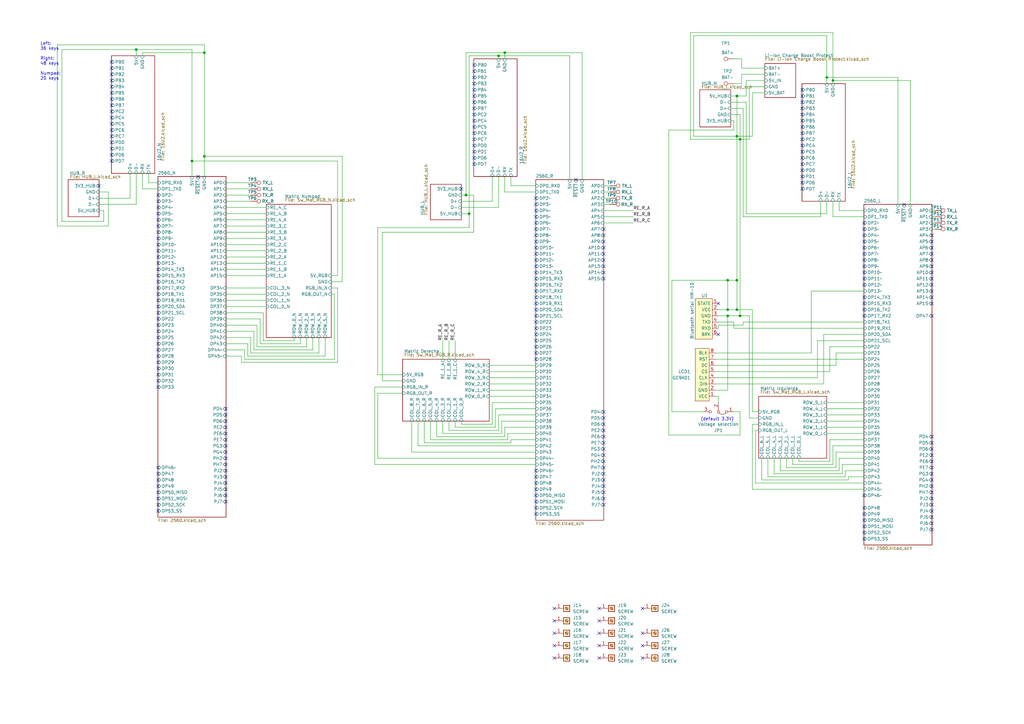
<source format=kicad_sch>
(kicad_sch (version 20211123) (generator eeschema)
  (paper "A3")
  (junction (at 78.74 66.04))
  (junction (at 298.45 129.54))
  (junction (at 341.63 33.02))
  (junction (at 303.53 129.54))
  (junction (at 191.135 80.01))
  (junction (at 55.88 20.32))
  (junction (at 302.26 55.88))
  (junction (at 298.45 127))
  (junction (at 302.26 114.935))
  (junction (at 339.09 31.75))
  (junction (at 204.47 22.86))
  (junction (at 207.01 21.59))
  (junction (at 298.45 114.935))
  (junction (at 83.82 64.135))
  (junction (at 303.53 57.15))
  (junction (at 302.26 39.37))
  (junction (at 192.405 87.63))
  (junction (at 83.82 21.59))
  (junction (at 302.26 127))
  (no_connect (at 382.27 196.85))
  (no_connect (at 247.65 207.01))
  (no_connect (at 92.71 193.04))
  (no_connect (at 64.77 151.13))
  (no_connect (at 328.93 36.83))
  (no_connect (at 328.93 46.99))
  (no_connect (at 328.93 39.37))
  (no_connect (at 328.93 41.91))
  (no_connect (at 328.93 44.45))
  (no_connect (at 328.93 49.53))
  (no_connect (at 328.93 59.69))
  (no_connect (at 328.93 62.23))
  (no_connect (at 328.93 54.61))
  (no_connect (at 328.93 57.15))
  (no_connect (at 328.93 52.07))
  (no_connect (at 328.93 67.31))
  (no_connect (at 328.93 64.77))
  (no_connect (at 328.93 69.85))
  (no_connect (at 328.93 72.39))
  (no_connect (at 328.93 77.47))
  (no_connect (at 328.93 74.93))
  (no_connect (at 354.33 111.76))
  (no_connect (at 64.77 199.39))
  (no_connect (at 64.77 146.05))
  (no_connect (at 219.71 198.12))
  (no_connect (at 382.27 104.14))
  (no_connect (at 247.65 168.91))
  (no_connect (at 247.65 191.77))
  (no_connect (at 194.31 49.53))
  (no_connect (at 354.33 213.36))
  (no_connect (at 247.65 111.76))
  (no_connect (at 64.77 201.93))
  (no_connect (at 64.77 130.81))
  (no_connect (at 382.27 129.54))
  (no_connect (at 247.65 189.23))
  (no_connect (at 45.72 30.48))
  (no_connect (at 382.27 101.6))
  (no_connect (at 382.27 209.55))
  (no_connect (at 64.77 105.41))
  (no_connect (at 219.71 147.32))
  (no_connect (at 354.33 215.9))
  (no_connect (at 294.64 124.46))
  (no_connect (at 294.64 137.16))
  (no_connect (at 247.65 186.69))
  (no_connect (at 189.23 77.47))
  (no_connect (at 64.77 118.11))
  (no_connect (at 194.31 29.21))
  (no_connect (at 247.65 194.31))
  (no_connect (at 219.71 91.44))
  (no_connect (at 382.27 207.01))
  (no_connect (at 219.71 121.92))
  (no_connect (at 382.27 119.38))
  (no_connect (at 219.71 104.14))
  (no_connect (at 194.31 34.29))
  (no_connect (at 219.71 132.08))
  (no_connect (at 382.27 186.69))
  (no_connect (at 92.71 190.5))
  (no_connect (at 45.72 45.72))
  (no_connect (at 64.77 100.33))
  (no_connect (at 382.27 121.92))
  (no_connect (at 64.77 207.01))
  (no_connect (at 45.72 25.4))
  (no_connect (at 382.27 99.06))
  (no_connect (at 382.27 191.77))
  (no_connect (at 219.71 142.24))
  (no_connect (at 92.71 167.64))
  (no_connect (at 354.33 106.68))
  (no_connect (at 247.65 171.45))
  (no_connect (at 64.77 143.51))
  (no_connect (at 92.71 187.96))
  (no_connect (at 64.77 85.09))
  (no_connect (at 64.77 87.63))
  (no_connect (at 219.71 101.6))
  (no_connect (at 194.31 41.91))
  (no_connect (at 64.77 123.19))
  (no_connect (at 64.77 80.01))
  (no_connect (at 45.72 50.8))
  (no_connect (at 354.33 203.2))
  (no_connect (at 45.72 60.96))
  (no_connect (at 64.77 194.31))
  (no_connect (at 354.33 121.92))
  (no_connect (at 354.33 101.6))
  (no_connect (at 247.65 104.14))
  (no_connect (at 382.27 111.76))
  (no_connect (at 247.65 99.06))
  (no_connect (at 64.77 102.87))
  (no_connect (at 45.72 35.56))
  (no_connect (at 45.72 58.42))
  (no_connect (at 194.31 39.37))
  (no_connect (at 354.33 96.52))
  (no_connect (at 382.27 124.46))
  (no_connect (at 64.77 158.75))
  (no_connect (at 245.745 259.715))
  (no_connect (at 245.745 264.795))
  (no_connect (at 245.745 269.875))
  (no_connect (at 227.33 259.715))
  (no_connect (at 227.33 264.795))
  (no_connect (at 227.33 269.875))
  (no_connect (at 263.525 269.875))
  (no_connect (at 263.525 264.795))
  (no_connect (at 263.525 259.715))
  (no_connect (at 263.525 249.555))
  (no_connect (at 227.33 249.555))
  (no_connect (at 227.33 254.635))
  (no_connect (at 245.745 249.555))
  (no_connect (at 245.745 254.635))
  (no_connect (at 64.77 204.47))
  (no_connect (at 219.71 109.22))
  (no_connect (at 219.71 114.3))
  (no_connect (at 219.71 137.16))
  (no_connect (at 382.27 212.09))
  (no_connect (at 354.33 218.44))
  (no_connect (at 92.71 172.72))
  (no_connect (at 247.65 179.07))
  (no_connect (at 382.27 194.31))
  (no_connect (at 219.71 208.28))
  (no_connect (at 219.71 116.84))
  (no_connect (at 45.72 53.34))
  (no_connect (at 64.77 125.73))
  (no_connect (at 45.72 27.94))
  (no_connect (at 354.33 104.14))
  (no_connect (at 247.65 106.68))
  (no_connect (at 354.33 91.44))
  (no_connect (at 92.71 205.74))
  (no_connect (at 219.71 86.36))
  (no_connect (at 219.71 83.82))
  (no_connect (at 219.71 81.28))
  (no_connect (at 219.71 88.9))
  (no_connect (at 64.77 138.43))
  (no_connect (at 219.71 106.68))
  (no_connect (at 354.33 99.06))
  (no_connect (at 354.33 129.54))
  (no_connect (at 382.27 189.23))
  (no_connect (at 354.33 124.46))
  (no_connect (at 64.77 153.67))
  (no_connect (at 219.71 203.2))
  (no_connect (at 64.77 95.25))
  (no_connect (at 354.33 210.82))
  (no_connect (at 194.31 59.69))
  (no_connect (at 64.77 82.55))
  (no_connect (at 92.71 195.58))
  (no_connect (at 194.31 26.67))
  (no_connect (at 247.65 201.93))
  (no_connect (at 354.33 220.98))
  (no_connect (at 64.77 92.71))
  (no_connect (at 219.71 134.62))
  (no_connect (at 382.27 96.52))
  (no_connect (at 247.65 93.98))
  (no_connect (at 64.77 140.97))
  (no_connect (at 64.77 156.21))
  (no_connect (at 236.22 73.66))
  (no_connect (at 247.65 204.47))
  (no_connect (at 92.71 185.42))
  (no_connect (at 64.77 135.89))
  (no_connect (at 45.72 66.04))
  (no_connect (at 382.27 114.3))
  (no_connect (at 45.72 38.1))
  (no_connect (at 382.27 116.84))
  (no_connect (at 247.65 109.22))
  (no_connect (at 247.65 101.6))
  (no_connect (at 382.27 214.63))
  (no_connect (at 64.77 148.59))
  (no_connect (at 64.77 209.55))
  (no_connect (at 382.27 184.15))
  (no_connect (at 247.65 181.61))
  (no_connect (at 45.72 63.5))
  (no_connect (at 382.27 204.47))
  (no_connect (at 64.77 133.35))
  (no_connect (at 247.65 176.53))
  (no_connect (at 219.71 127))
  (no_connect (at 219.71 96.52))
  (no_connect (at 64.77 120.65))
  (no_connect (at 219.71 193.04))
  (no_connect (at 45.72 43.18))
  (no_connect (at 219.71 139.7))
  (no_connect (at 45.72 40.64))
  (no_connect (at 64.77 110.49))
  (no_connect (at 219.71 210.82))
  (no_connect (at 194.31 31.75))
  (no_connect (at 247.65 196.85))
  (no_connect (at 45.72 33.02))
  (no_connect (at 219.71 144.78))
  (no_connect (at 92.71 203.2))
  (no_connect (at 354.33 208.28))
  (no_connect (at 382.27 217.17))
  (no_connect (at 219.71 200.66))
  (no_connect (at 370.84 83.82))
  (no_connect (at 81.28 72.39))
  (no_connect (at 194.31 36.83))
  (no_connect (at 64.77 128.27))
  (no_connect (at 219.71 205.74))
  (no_connect (at 219.71 99.06))
  (no_connect (at 92.71 170.18))
  (no_connect (at 219.71 119.38))
  (no_connect (at 45.72 55.88))
  (no_connect (at 219.71 111.76))
  (no_connect (at 247.65 114.3))
  (no_connect (at 92.71 182.88))
  (no_connect (at 382.27 181.61))
  (no_connect (at 92.71 200.66))
  (no_connect (at 219.71 129.54))
  (no_connect (at 194.31 64.77))
  (no_connect (at 92.71 177.8))
  (no_connect (at 194.31 52.07))
  (no_connect (at 92.71 180.34))
  (no_connect (at 219.71 93.98))
  (no_connect (at 64.77 191.77))
  (no_connect (at 45.72 48.26))
  (no_connect (at 92.71 198.12))
  (no_connect (at 194.31 46.99))
  (no_connect (at 354.33 114.3))
  (no_connect (at 64.77 113.03))
  (no_connect (at 40.64 76.2))
  (no_connect (at 194.31 44.45))
  (no_connect (at 92.71 175.26))
  (no_connect (at 194.31 54.61))
  (no_connect (at 382.27 106.68))
  (no_connect (at 354.33 109.22))
  (no_connect (at 247.65 96.52))
  (no_connect (at 247.65 184.15))
  (no_connect (at 354.33 116.84))
  (no_connect (at 64.77 115.57))
  (no_connect (at 247.65 199.39))
  (no_connect (at 354.33 93.98))
  (no_connect (at 382.27 201.93))
  (no_connect (at 194.31 67.31))
  (no_connect (at 382.27 109.22))
  (no_connect (at 64.77 90.17))
  (no_connect (at 64.77 97.79))
  (no_connect (at 219.71 124.46))
  (no_connect (at 194.31 57.15))
  (no_connect (at 354.33 127))
  (no_connect (at 64.77 107.95))
  (no_connect (at 64.77 196.85))
  (no_connect (at 247.65 173.99))
  (no_connect (at 219.71 195.58))
  (no_connect (at 194.31 62.23))
  (no_connect (at 382.27 199.39))
  (no_connect (at 382.27 179.07))
  (wire (pts (xy 44.45 78.74) (xy 40.64 78.74)))
  (wire (pts (xy 303.53 178.435) (xy 274.32 178.435)))
  (wire (pts (xy 311.15 168.91) (xy 308.61 168.91)))
  (wire (pts (xy 189.23 82.55) (xy 201.93 82.55)))
  (wire (pts (xy 189.23 85.09) (xy 204.47 85.09)))
  (wire (pts (xy 320.04 193.04) (xy 344.17 193.04)))
  (wire (pts (xy 307.34 171.45) (xy 307.34 129.54)))
  (wire (pts (xy 209.55 72.39) (xy 209.55 76.2)))
  (wire (pts (xy 55.88 83.82) (xy 55.88 71.12)))
  (wire (pts (xy 304.8 88.9) (xy 336.55 88.9)))
  (wire (pts (xy 123.19 138.43) (xy 123.19 140.97)))
  (wire (pts (xy 274.32 178.435) (xy 274.32 53.34)))
  (wire (pts (xy 275.59 114.935) (xy 298.45 114.935)))
  (wire (pts (xy 204.47 22.86) (xy 204.47 24.13)))
  (wire (pts (xy 171.45 172.72) (xy 171.45 182.88)))
  (wire (pts (xy 308.61 173.99) (xy 308.61 200.66)))
  (wire (pts (xy 165.1 161.29) (xy 154.94 161.29)))
  (wire (pts (xy 205.74 172.72) (xy 219.71 172.72)))
  (wire (pts (xy 92.71 87.63) (xy 109.22 87.63)))
  (wire (pts (xy 209.55 180.34) (xy 219.71 180.34)))
  (wire (pts (xy 156.845 156.21) (xy 156.845 95.25)))
  (wire (pts (xy 284.48 55.88) (xy 302.26 55.88)))
  (wire (pts (xy 302.26 127) (xy 302.26 114.935)))
  (wire (pts (xy 306.07 33.02) (xy 313.69 33.02)))
  (wire (pts (xy 341.63 33.02) (xy 341.63 13.335)))
  (wire (pts (xy 247.65 91.44) (xy 259.715 91.44)))
  (wire (pts (xy 105.41 133.35) (xy 92.71 133.35)))
  (wire (pts (xy 294.64 129.54) (xy 298.45 129.54)))
  (wire (pts (xy 107.95 128.27) (xy 92.71 128.27)))
  (wire (pts (xy 299.72 49.53) (xy 300.99 49.53)))
  (wire (pts (xy 293.37 157.48) (xy 337.82 157.48)))
  (wire (pts (xy 308.61 55.88) (xy 308.61 38.1)))
  (wire (pts (xy 341.63 88.9) (xy 354.33 88.9)))
  (wire (pts (xy 382.27 93.98) (xy 383.54 93.98)))
  (wire (pts (xy 317.5 187.96) (xy 317.5 194.31)))
  (wire (pts (xy 92.71 92.71) (xy 109.22 92.71)))
  (wire (pts (xy 308.61 168.91) (xy 308.61 127)))
  (wire (pts (xy 304.165 27.94) (xy 313.69 27.94)))
  (wire (pts (xy 307.34 57.15) (xy 303.53 57.15)))
  (wire (pts (xy 294.64 162.56) (xy 293.37 162.56)))
  (wire (pts (xy 207.01 78.74) (xy 219.71 78.74)))
  (wire (pts (xy 294.64 134.62) (xy 294.64 133.35)))
  (wire (pts (xy 201.93 165.1) (xy 219.71 165.1)))
  (wire (pts (xy 153.67 190.5) (xy 219.71 190.5)))
  (wire (pts (xy 322.58 187.96) (xy 322.58 191.77)))
  (wire (pts (xy 42.545 90.805) (xy 25.4 90.805)))
  (wire (pts (xy 102.87 138.43) (xy 92.71 138.43)))
  (wire (pts (xy 60.96 74.93) (xy 64.77 74.93)))
  (wire (pts (xy 40.64 86.36) (xy 42.545 86.36)))
  (wire (pts (xy 340.36 152.4) (xy 340.36 142.24)))
  (wire (pts (xy 204.47 22.86) (xy 192.405 22.86)))
  (wire (pts (xy 307.34 35.56) (xy 307.34 57.15)))
  (wire (pts (xy 300.99 134.62) (xy 354.33 134.62)))
  (wire (pts (xy 83.82 21.59) (xy 83.82 64.135)))
  (wire (pts (xy 200.66 154.94) (xy 219.71 154.94)))
  (wire (pts (xy 342.9 191.77) (xy 342.9 185.42)))
  (wire (pts (xy 207.01 21.59) (xy 207.01 24.13)))
  (wire (pts (xy 92.71 90.17) (xy 109.22 90.17)))
  (wire (pts (xy 128.27 143.51) (xy 104.14 143.51)))
  (wire (pts (xy 194.31 95.25) (xy 194.31 80.01)))
  (wire (pts (xy 313.69 35.56) (xy 307.34 35.56)))
  (wire (pts (xy 304.8 44.45) (xy 304.8 88.9)))
  (wire (pts (xy 55.88 20.32) (xy 55.88 22.86)))
  (wire (pts (xy 133.35 138.43) (xy 133.35 146.05)))
  (wire (pts (xy 345.44 194.31) (xy 345.44 190.5)))
  (wire (pts (xy 137.16 120.65) (xy 137.16 147.32)))
  (wire (pts (xy 200.66 149.86) (xy 219.71 149.86)))
  (wire (pts (xy 300.99 168.91) (xy 303.53 168.91)))
  (wire (pts (xy 304.165 34.29) (xy 304.165 30.48)))
  (wire (pts (xy 123.19 140.97) (xy 106.68 140.97)))
  (wire (pts (xy 140.335 115.57) (xy 140.335 64.135)))
  (wire (pts (xy 335.28 139.7) (xy 354.33 139.7)))
  (wire (pts (xy 354.33 195.58) (xy 347.98 195.58)))
  (wire (pts (xy 339.09 14.605) (xy 284.48 14.605)))
  (wire (pts (xy 312.42 196.85) (xy 312.42 187.96)))
  (wire (pts (xy 306.07 41.91) (xy 306.07 87.63)))
  (wire (pts (xy 92.71 113.03) (xy 109.22 113.03)))
  (wire (pts (xy 181.61 139.7) (xy 181.61 147.32)))
  (wire (pts (xy 308.61 173.99) (xy 311.15 173.99)))
  (wire (pts (xy 293.37 149.86) (xy 342.9 149.86)))
  (wire (pts (xy 92.71 97.79) (xy 109.22 97.79)))
  (wire (pts (xy 317.5 194.31) (xy 345.44 194.31)))
  (wire (pts (xy 294.64 127) (xy 298.45 127)))
  (wire (pts (xy 284.48 14.605) (xy 284.48 55.88)))
  (wire (pts (xy 345.44 190.5) (xy 354.33 190.5)))
  (wire (pts (xy 58.42 77.47) (xy 64.77 77.47)))
  (wire (pts (xy 184.15 172.72) (xy 184.15 176.53)))
  (wire (pts (xy 293.37 154.94) (xy 335.28 154.94)))
  (wire (pts (xy 83.82 18.415) (xy 23.495 18.415)))
  (wire (pts (xy 191.135 80.01) (xy 191.135 21.59)))
  (wire (pts (xy 92.71 102.87) (xy 109.22 102.87)))
  (wire (pts (xy 154.94 153.67) (xy 154.94 93.345)))
  (wire (pts (xy 191.135 21.59) (xy 207.01 21.59)))
  (wire (pts (xy 339.09 31.75) (xy 339.09 14.605)))
  (wire (pts (xy 302.26 39.37) (xy 306.07 39.37)))
  (wire (pts (xy 135.89 115.57) (xy 140.335 115.57)))
  (wire (pts (xy 204.47 85.09) (xy 204.47 72.39)))
  (wire (pts (xy 304.165 27.94) (xy 304.165 24.13)))
  (wire (pts (xy 104.14 143.51) (xy 104.14 135.89)))
  (wire (pts (xy 92.71 77.47) (xy 102.87 77.47)))
  (wire (pts (xy 194.31 80.01) (xy 191.135 80.01)))
  (wire (pts (xy 339.09 165.1) (xy 354.33 165.1)))
  (wire (pts (xy 92.71 110.49) (xy 109.22 110.49)))
  (wire (pts (xy 120.65 138.43) (xy 120.65 139.7)))
  (wire (pts (xy 302.26 114.935) (xy 302.26 55.88)))
  (wire (pts (xy 189.23 80.01) (xy 191.135 80.01)))
  (wire (pts (xy 101.6 146.05) (xy 101.6 140.97)))
  (wire (pts (xy 92.71 105.41) (xy 109.22 105.41)))
  (wire (pts (xy 173.99 181.61) (xy 209.55 181.61)))
  (wire (pts (xy 42.545 86.36) (xy 42.545 90.805)))
  (wire (pts (xy 128.27 138.43) (xy 128.27 143.51)))
  (wire (pts (xy 92.71 82.55) (xy 102.87 82.55)))
  (wire (pts (xy 368.3 31.75) (xy 339.09 31.75)))
  (wire (pts (xy 275.59 168.91) (xy 275.59 114.935)))
  (wire (pts (xy 83.82 64.135) (xy 83.82 72.39)))
  (wire (pts (xy 192.405 93.345) (xy 192.405 87.63)))
  (wire (pts (xy 283.21 13.335) (xy 283.21 57.15)))
  (wire (pts (xy 337.82 157.48) (xy 337.82 137.16)))
  (wire (pts (xy 179.07 172.72) (xy 179.07 179.07)))
  (wire (pts (xy 247.65 81.28) (xy 250.19 81.28)))
  (wire (pts (xy 99.06 148.59) (xy 138.43 148.59)))
  (wire (pts (xy 344.17 193.04) (xy 344.17 187.96)))
  (wire (pts (xy 156.845 95.25) (xy 194.31 95.25)))
  (wire (pts (xy 125.73 138.43) (xy 125.73 142.24)))
  (wire (pts (xy 105.41 142.24) (xy 105.41 133.35)))
  (wire (pts (xy 207.01 175.26) (xy 219.71 175.26)))
  (wire (pts (xy 274.32 53.34) (xy 300.99 53.34)))
  (wire (pts (xy 293.37 147.32) (xy 354.33 147.32)))
  (wire (pts (xy 304.165 24.13) (xy 300.99 24.13)))
  (wire (pts (xy 204.47 170.18) (xy 219.71 170.18)))
  (wire (pts (xy 322.58 191.77) (xy 342.9 191.77)))
  (wire (pts (xy 320.04 187.96) (xy 320.04 193.04)))
  (wire (pts (xy 299.72 41.91) (xy 306.07 41.91)))
  (wire (pts (xy 201.93 82.55) (xy 201.93 72.39)))
  (wire (pts (xy 189.23 172.72) (xy 189.23 173.99)))
  (wire (pts (xy 344.17 86.36) (xy 354.33 86.36)))
  (wire (pts (xy 171.45 182.88) (xy 219.71 182.88)))
  (wire (pts (xy 23.495 18.415) (xy 23.495 92.71)))
  (wire (pts (xy 341.63 34.29) (xy 341.63 33.02)))
  (wire (pts (xy 40.64 81.28) (xy 53.34 81.28)))
  (wire (pts (xy 184.15 176.53) (xy 204.47 176.53)))
  (wire (pts (xy 306.07 87.63) (xy 339.09 87.63)))
  (wire (pts (xy 106.68 130.81) (xy 92.71 130.81)))
  (wire (pts (xy 173.99 172.72) (xy 173.99 181.61)))
  (wire (pts (xy 120.65 139.7) (xy 107.95 139.7)))
  (wire (pts (xy 104.14 135.89) (xy 92.71 135.89)))
  (wire (pts (xy 189.23 173.99) (xy 201.93 173.99)))
  (wire (pts (xy 186.69 139.7) (xy 186.69 147.32)))
  (wire (pts (xy 238.76 21.59) (xy 238.76 73.66)))
  (wire (pts (xy 339.09 167.64) (xy 354.33 167.64)))
  (wire (pts (xy 382.27 91.44) (xy 383.54 91.44)))
  (wire (pts (xy 344.17 82.55) (xy 344.17 86.36)))
  (wire (pts (xy 107.95 139.7) (xy 107.95 128.27)))
  (wire (pts (xy 203.2 167.64) (xy 219.71 167.64)))
  (wire (pts (xy 154.94 187.96) (xy 219.71 187.96)))
  (wire (pts (xy 373.38 33.02) (xy 373.38 83.82)))
  (wire (pts (xy 247.65 78.74) (xy 250.19 78.74)))
  (wire (pts (xy 294.64 132.08) (xy 300.99 132.08)))
  (wire (pts (xy 192.405 22.86) (xy 192.405 87.63)))
  (wire (pts (xy 186.69 172.72) (xy 186.69 175.26)))
  (wire (pts (xy 382.27 86.36) (xy 383.54 86.36)))
  (wire (pts (xy 130.81 138.43) (xy 130.81 144.78)))
  (wire (pts (xy 294.64 133.35) (xy 304.8 133.35)))
  (wire (pts (xy 293.37 160.02) (xy 298.45 160.02)))
  (wire (pts (xy 341.63 190.5) (xy 341.63 182.88)))
  (wire (pts (xy 125.73 142.24) (xy 105.41 142.24)))
  (wire (pts (xy 307.34 129.54) (xy 303.53 129.54)))
  (wire (pts (xy 44.45 92.71) (xy 44.45 78.74)))
  (wire (pts (xy 302.26 55.88) (xy 308.61 55.88)))
  (wire (pts (xy 165.1 156.21) (xy 156.845 156.21)))
  (wire (pts (xy 311.15 171.45) (xy 307.34 171.45)))
  (wire (pts (xy 303.53 57.15) (xy 303.53 46.99)))
  (wire (pts (xy 25.4 90.805) (xy 25.4 20.32)))
  (wire (pts (xy 341.63 13.335) (xy 283.21 13.335)))
  (wire (pts (xy 40.64 83.82) (xy 55.88 83.82)))
  (wire (pts (xy 339.09 31.75) (xy 339.09 34.29)))
  (wire (pts (xy 303.53 46.99) (xy 299.72 46.99)))
  (wire (pts (xy 303.53 129.54) (xy 303.53 57.15)))
  (wire (pts (xy 176.53 180.34) (xy 208.28 180.34)))
  (wire (pts (xy 200.66 152.4) (xy 219.71 152.4)))
  (wire (pts (xy 336.55 88.9) (xy 336.55 82.55)))
  (wire (pts (xy 135.89 113.03) (xy 138.43 113.03)))
  (wire (pts (xy 335.28 154.94) (xy 335.28 139.7)))
  (wire (pts (xy 347.98 195.58) (xy 347.98 196.85)))
  (wire (pts (xy 92.71 120.65) (xy 109.22 120.65)))
  (wire (pts (xy 200.66 160.02) (xy 219.71 160.02)))
  (wire (pts (xy 207.01 72.39) (xy 207.01 78.74)))
  (wire (pts (xy 283.21 57.15) (xy 303.53 57.15)))
  (wire (pts (xy 293.37 152.4) (xy 340.36 152.4)))
  (wire (pts (xy 92.71 107.95) (xy 109.22 107.95)))
  (wire (pts (xy 209.55 181.61) (xy 209.55 180.34)))
  (wire (pts (xy 78.74 20.32) (xy 78.74 66.04)))
  (wire (pts (xy 92.71 146.05) (xy 99.06 146.05)))
  (wire (pts (xy 339.09 177.8) (xy 354.33 177.8)))
  (wire (pts (xy 138.43 118.11) (xy 135.89 118.11)))
  (wire (pts (xy 314.96 195.58) (xy 346.71 195.58)))
  (wire (pts (xy 200.66 157.48) (xy 219.71 157.48)))
  (wire (pts (xy 300.99 132.08) (xy 300.99 134.62)))
  (wire (pts (xy 298.45 127) (xy 302.26 127)))
  (wire (pts (xy 153.67 158.75) (xy 153.67 190.5)))
  (wire (pts (xy 58.42 71.12) (xy 58.42 77.47)))
  (wire (pts (xy 58.42 22.86) (xy 58.42 21.59)))
  (wire (pts (xy 382.27 88.9) (xy 383.54 88.9)))
  (wire (pts (xy 138.43 66.04) (xy 78.74 66.04)))
  (wire (pts (xy 60.96 71.12) (xy 60.96 74.93)))
  (wire (pts (xy 340.36 142.24) (xy 354.33 142.24)))
  (wire (pts (xy 293.37 144.78) (xy 332.74 144.78)))
  (wire (pts (xy 288.29 168.91) (xy 275.59 168.91)))
  (wire (pts (xy 304.165 30.48) (xy 313.69 30.48)))
  (wire (pts (xy 100.33 143.51) (xy 100.33 147.32)))
  (wire (pts (xy 58.42 21.59) (xy 83.82 21.59)))
  (wire (pts (xy 176.53 172.72) (xy 176.53 180.34)))
  (wire (pts (xy 168.91 172.72) (xy 168.91 185.42)))
  (wire (pts (xy 325.12 187.96) (xy 325.12 190.5)))
  (wire (pts (xy 25.4 20.32) (xy 55.88 20.32)))
  (wire (pts (xy 312.42 196.85) (xy 347.98 196.85)))
  (wire (pts (xy 99.06 146.05) (xy 99.06 148.59)))
  (wire (pts (xy 247.65 88.9) (xy 259.715 88.9)))
  (wire (pts (xy 298.45 129.54) (xy 303.53 129.54)))
  (wire (pts (xy 341.63 82.55) (xy 341.63 88.9)))
  (wire (pts (xy 299.72 39.37) (xy 302.26 39.37)))
  (wire (pts (xy 138.43 118.11) (xy 138.43 148.59)))
  (wire (pts (xy 309.88 176.53) (xy 309.88 198.12)))
  (wire (pts (xy 92.71 123.19) (xy 109.22 123.19)))
  (wire (pts (xy 325.12 190.5) (xy 341.63 190.5)))
  (wire (pts (xy 342.9 185.42) (xy 354.33 185.42)))
  (wire (pts (xy 339.09 87.63) (xy 339.09 82.55)))
  (wire (pts (xy 340.36 180.34) (xy 354.33 180.34)))
  (wire (pts (xy 55.88 20.32) (xy 78.74 20.32)))
  (wire (pts (xy 207.01 21.59) (xy 238.76 21.59)))
  (wire (pts (xy 306.07 39.37) (xy 306.07 33.02)))
  (wire (pts (xy 92.71 143.51) (xy 100.33 143.51)))
  (wire (pts (xy 100.33 147.32) (xy 137.16 147.32)))
  (wire (pts (xy 299.72 44.45) (xy 304.8 44.45)))
  (wire (pts (xy 203.2 175.26) (xy 203.2 167.64)))
  (wire (pts (xy 137.16 120.65) (xy 135.89 120.65)))
  (wire (pts (xy 207.01 179.07) (xy 207.01 175.26)))
  (wire (pts (xy 339.09 175.26) (xy 354.33 175.26)))
  (wire (pts (xy 208.28 177.8) (xy 219.71 177.8)))
  (wire (pts (xy 304.8 132.08) (xy 354.33 132.08)))
  (wire (pts (xy 308.61 38.1) (xy 313.69 38.1)))
  (wire (pts (xy 208.28 180.34) (xy 208.28 177.8)))
  (wire (pts (xy 300.99 34.29) (xy 304.165 34.29)))
  (wire (pts (xy 92.71 80.01) (xy 102.87 80.01)))
  (wire (pts (xy 298.45 114.935) (xy 302.26 114.935)))
  (wire (pts (xy 165.1 158.75) (xy 153.67 158.75)))
  (wire (pts (xy 247.65 86.36) (xy 259.715 86.36)))
  (wire (pts (xy 337.82 137.16) (xy 354.33 137.16)))
  (wire (pts (xy 168.91 185.42) (xy 219.71 185.42)))
  (wire (pts (xy 181.61 172.72) (xy 181.61 177.8)))
  (wire (pts (xy 138.43 113.03) (xy 138.43 66.04)))
  (wire (pts (xy 247.65 83.82) (xy 250.19 83.82)))
  (wire (pts (xy 154.94 153.67) (xy 165.1 153.67)))
  (wire (pts (xy 92.71 100.33) (xy 109.22 100.33)))
  (wire (pts (xy 209.55 76.2) (xy 219.71 76.2)))
  (wire (pts (xy 309.88 176.53) (xy 311.15 176.53)))
  (wire (pts (xy 233.68 22.86) (xy 233.68 73.66)))
  (wire (pts (xy 201.93 173.99) (xy 201.93 165.1)))
  (wire (pts (xy 154.94 93.345) (xy 192.405 93.345)))
  (wire (pts (xy 368.3 31.75) (xy 368.3 83.82)))
  (wire (pts (xy 184.15 139.7) (xy 184.15 147.32)))
  (wire (pts (xy 346.71 195.58) (xy 346.71 193.04)))
  (wire (pts (xy 341.63 33.02) (xy 373.38 33.02)))
  (wire (pts (xy 186.69 175.26) (xy 203.2 175.26)))
  (wire (pts (xy 23.495 92.71) (xy 44.45 92.71)))
  (wire (pts (xy 308.61 127) (xy 302.26 127)))
  (wire (pts (xy 205.74 177.8) (xy 205.74 172.72)))
  (wire (pts (xy 346.71 193.04) (xy 354.33 193.04)))
  (wire (pts (xy 354.33 198.12) (xy 309.88 198.12)))
  (wire (pts (xy 332.74 119.38) (xy 354.33 119.38)))
  (wire (pts (xy 181.61 177.8) (xy 205.74 177.8)))
  (wire (pts (xy 247.65 76.2) (xy 250.19 76.2)))
  (wire (pts (xy 344.17 187.96) (xy 354.33 187.96)))
  (wire (pts (xy 298.45 129.54) (xy 298.45 160.02)))
  (wire (pts (xy 339.09 172.72) (xy 354.33 172.72)))
  (wire (pts (xy 200.66 162.56) (xy 219.71 162.56)))
  (wire (pts (xy 92.71 85.09) (xy 109.22 85.09)))
  (wire (pts (xy 92.71 118.11) (xy 109.22 118.11)))
  (wire (pts (xy 354.33 200.66) (xy 308.61 200.66)))
  (wire (pts (xy 102.87 144.78) (xy 102.87 138.43)))
  (wire (pts (xy 92.71 95.25) (xy 109.22 95.25)))
  (wire (pts (xy 294.64 165.1) (xy 294.64 162.56)))
  (wire (pts (xy 53.34 81.28) (xy 53.34 71.12)))
  (wire (pts (xy 303.53 168.91) (xy 303.53 178.435)))
  (wire (pts (xy 298.45 114.935) (xy 298.45 127)))
  (wire (pts (xy 304.8 133.35) (xy 304.8 132.08)))
  (wire (pts (xy 92.71 125.73) (xy 109.22 125.73)))
  (wire (pts (xy 342.9 144.78) (xy 354.33 144.78)))
  (wire (pts (xy 106.68 140.97) (xy 106.68 130.81)))
  (wire (pts (xy 78.74 66.04) (xy 78.74 72.39)))
  (wire (pts (xy 302.26 55.88) (xy 302.26 39.37)))
  (wire (pts (xy 140.335 64.135) (xy 83.82 64.135)))
  (wire (pts (xy 92.71 74.93) (xy 102.87 74.93)))
  (wire (pts (xy 130.81 144.78) (xy 102.87 144.78)))
  (wire (pts (xy 83.82 21.59) (xy 83.82 18.415)))
  (wire (pts (xy 101.6 140.97) (xy 92.71 140.97)))
  (wire (pts (xy 327.66 187.96) (xy 327.66 189.23)))
  (wire (pts (xy 192.405 87.63) (xy 189.23 87.63)))
  (wire (pts (xy 204.47 176.53) (xy 204.47 170.18)))
  (wire (pts (xy 154.94 161.29) (xy 154.94 187.96)))
  (wire (pts (xy 332.74 144.78) (xy 332.74 119.38)))
  (wire (pts (xy 341.63 182.88) (xy 354.33 182.88)))
  (wire (pts (xy 233.68 22.86) (xy 204.47 22.86)))
  (wire (pts (xy 342.9 149.86) (xy 342.9 144.78)))
  (wire (pts (xy 300.99 53.34) (xy 300.99 49.53)))
  (wire (pts (xy 339.09 170.18) (xy 354.33 170.18)))
  (wire (pts (xy 133.35 146.05) (xy 101.6 146.05)))
  (wire (pts (xy 327.66 189.23) (xy 340.36 189.23)))
  (wire (pts (xy 179.07 179.07) (xy 207.01 179.07)))
  (wire (pts (xy 314.96 187.96) (xy 314.96 195.58)))
  (wire (pts (xy 340.36 189.23) (xy 340.36 180.34)))
  (text "(default 3.3V)" (at 300.99 172.72 180) (effects (font (size 1.27 1.27)) (justify right bottom)))
  (text "Left:\n36 keys\n\nRight:\n48 keys\n\nNumpad:\n20 keys" (at 16.51 33.02 0) (effects (font (size 1.27 1.27)) (justify left bottom)))
  (label "RE_R_C" (at 259.715 91.44 0))
  (label "RE_R_C" (at 186.69 139.7 90))
  (label "RE_R_B" (at 184.15 139.7 90))
  (label "RE_R_A" (at 259.715 86.36 0))
  (label "RE_R_A" (at 181.61 139.7 90))
  (label "RE_R_B" (at 259.715 88.9 0))
  (symbol (lib_id "Connector:TestPoint") (at 250.19 78.74 270) (unit 1)
    (property "Reference" "TP8" (at 250.825 77.47 90))
    (property "Value" "RX_L" (at 257.175 78.74 90))
    (property "Footprint" "TestPoint:TestPoint_Pad_D3.0mm" (effects hide))
  )
  (symbol (lib_id "Connector:TestPoint") (at 383.54 88.9 270) (unit 1)
    (property "Reference" "TP12" (at 384.175 87.63 90))
    (property "Value" "RX_L" (at 390.525 88.9 90))
    (property "Footprint" "TestPoint:TestPoint_Pad_D3.0mm" (effects hide))
  )
  (symbol (lib_id "HM-10:HM-10_Reduced") (at 290.195 140.335 180) (unit 1)
    (property "Reference" "U1" (at 287.655 121.285 0) (effects (justify right)))
    (property "Value" "Bluetooth serial HM-10" (at 283.845 139.065 90) (effects (justify right)))
    (property "Footprint" "Connector_PinHeader_2.54mm:PinHeader_1x06_P2.54mm_Vertical" (effects hide))
  )
  (symbol (lib_id "Connector:Screw_Terminal_01x01") (at 232.41 269.875 0) (unit 1)
    (property "Reference" "J18" (at 234.95 268.6049 0) (effects (justify left)))
    (property "Value" "SCREW" (at 234.95 271.1449 0) (effects (justify left)))
    (property "Footprint" "MountingHole:MountingHole_3.2mm_M3_Pad" (effects hide))
  )
  (symbol (lib_id "Connector:Screw_Terminal_01x01") (at 232.41 249.555 0) (unit 1)
    (property "Reference" "J14" (at 234.95 248.2849 0) (effects (justify left)))
    (property "Value" "SCREW" (at 234.95 250.8249 0) (effects (justify left)))
    (property "Footprint" "MountingHole:MountingHole_3.2mm_M3_Pad" (effects hide))
  )
  (symbol (lib_id "Connector:Screw_Terminal_01x01") (at 232.41 264.795 0) (unit 1)
    (property "Reference" "J17" (at 234.95 263.5249 0) (effects (justify left)))
    (property "Value" "SCREW" (at 234.95 266.0649 0) (effects (justify left)))
    (property "Footprint" "MountingHole:MountingHole_3.2mm_M3_Pad" (effects hide))
  )
  (symbol (lib_id "Connector:Screw_Terminal_01x01") (at 268.605 269.875 0) (unit 1)
    (property "Reference" "J28" (at 271.145 268.6049 0) (effects (justify left)))
    (property "Value" "SCREW" (at 271.145 271.1449 0) (effects (justify left)))
    (property "Footprint" "MountingHole:MountingHole_3.2mm_M3_Pad" (effects hide))
  )
  (symbol (lib_id "Connector:Screw_Terminal_01x01") (at 250.825 254.635 0) (unit 1)
    (property "Reference" "J20" (at 253.365 253.3649 0) (effects (justify left)))
    (property "Value" "SCREW" (at 253.365 255.9049 0) (effects (justify left)))
    (property "Footprint" "MountingHole:MountingHole_3.2mm_M3_Pad" (effects hide))
  )
  (symbol (lib_id "Connector:Screw_Terminal_01x01") (at 250.825 259.715 0) (unit 1)
    (property "Reference" "J21" (at 253.365 258.4449 0) (effects (justify left)))
    (property "Value" "SCREW" (at 253.365 260.9849 0) (effects (justify left)))
    (property "Footprint" "MountingHole:MountingHole_3.2mm_M3_Pad" (effects hide))
  )
  (symbol (lib_id "Connector:TestPoint") (at 383.54 91.44 270) (unit 1)
    (property "Reference" "TP13" (at 384.175 90.17 90))
    (property "Value" "TX_R" (at 390.525 91.44 90))
    (property "Footprint" "TestPoint:TestPoint_Pad_D3.0mm" (effects hide))
  )
  (symbol (lib_id "Connector:TestPoint") (at 102.87 80.01 270) (unit 1)
    (property "Reference" "TP5" (at 103.505 78.74 90))
    (property "Value" "TX_R" (at 109.855 80.01 90))
    (property "Footprint" "TestPoint:TestPoint_Pad_D3.0mm" (effects hide))
  )
  (symbol (lib_id "Connector:Screw_Terminal_01x01") (at 250.825 269.875 0) (unit 1)
    (property "Reference" "J23" (at 253.365 268.6049 0) (effects (justify left)))
    (property "Value" "SCREW" (at 253.365 271.1449 0) (effects (justify left)))
    (property "Footprint" "MountingHole:MountingHole_3.2mm_M3_Pad" (effects hide))
  )
  (symbol (lib_id "Connector:Screw_Terminal_01x01") (at 268.605 249.555 0) (unit 1)
    (property "Reference" "J24" (at 271.145 248.2849 0) (effects (justify left)))
    (property "Value" "SCREW" (at 271.145 250.8249 0) (effects (justify left)))
    (property "Footprint" "MountingHole:MountingHole_3.2mm_M3_Pad" (effects hide))
  )
  (symbol (lib_id "Connector:Screw_Terminal_01x01") (at 250.825 249.555 0) (unit 1)
    (property "Reference" "J19" (at 253.365 248.2849 0) (effects (justify left)))
    (property "Value" "SCREW" (at 253.365 250.8249 0) (effects (justify left)))
    (property "Footprint" "MountingHole:MountingHole_3.2mm_M3_Pad" (effects hide))
  )
  (symbol (lib_id "Connector:TestPoint") (at 102.87 74.93 270) (unit 1)
    (property "Reference" "TP3" (at 103.505 73.66 90))
    (property "Value" "TX_L" (at 109.855 74.93 90))
    (property "Footprint" "TestPoint:TestPoint_Pad_D3.0mm" (effects hide))
  )
  (symbol (lib_id "Connector:TestPoint") (at 300.99 34.29 90) (unit 1)
    (property "Reference" "TP2" (at 298.45 29.21 90))
    (property "Value" "BAT-" (at 298.45 31.75 90))
    (property "Footprint" "TestPoint:TestPoint_Pad_D3.0mm" (effects hide))
  )
  (symbol (lib_id "Connector:TestPoint") (at 250.19 81.28 270) (unit 1)
    (property "Reference" "TP9" (at 250.825 80.01 90))
    (property "Value" "TX_R" (at 257.175 81.28 90))
    (property "Footprint" "TestPoint:TestPoint_Pad_D3.0mm" (effects hide))
  )
  (symbol (lib_id "Connector:TestPoint") (at 102.87 77.47 270) (unit 1)
    (property "Reference" "TP4" (at 103.505 76.2 90))
    (property "Value" "RX_L" (at 109.855 77.47 90))
    (property "Footprint" "TestPoint:TestPoint_Pad_D3.0mm" (effects hide))
  )
  (symbol (lib_id "Connector:Screw_Terminal_01x01") (at 232.41 259.715 0) (unit 1)
    (property "Reference" "J16" (at 234.95 258.4449 0) (effects (justify left)))
    (property "Value" "SCREW" (at 234.95 260.9849 0) (effects (justify left)))
    (property "Footprint" "MountingHole:MountingHole_3.2mm_M3_Pad" (effects hide))
  )
  (symbol (lib_id "Connector:TestPoint") (at 102.87 82.55 270) (unit 1)
    (property "Reference" "TP6" (at 103.505 81.28 90))
    (property "Value" "RX_R" (at 109.855 82.55 90))
    (property "Footprint" "TestPoint:TestPoint_Pad_D3.0mm" (effects hide))
  )
  (symbol (lib_id "Connector:TestPoint") (at 300.99 24.13 90) (unit 1)
    (property "Reference" "TP1" (at 297.688 17.78 90))
    (property "Value" "BAT+" (at 298.45 21.59 90))
    (property "Footprint" "TestPoint:TestPoint_Pad_D3.0mm" (effects hide))
  )
  (symbol (lib_id "Connector:TestPoint") (at 250.19 83.82 270) (unit 1)
    (property "Reference" "TP10" (at 250.825 82.55 90))
    (property "Value" "RX_R" (at 257.175 83.82 90))
    (property "Footprint" "TestPoint:TestPoint_Pad_D3.0mm" (effects hide))
  )
  (symbol (lib_id "Connector:Screw_Terminal_01x01") (at 232.41 254.635 0) (unit 1)
    (property "Reference" "J15" (at 234.95 253.3649 0) (effects (justify left)))
    (property "Value" "SCREW" (at 234.95 255.9049 0) (effects (justify left)))
    (property "Footprint" "MountingHole:MountingHole_3.2mm_M3_Pad" (effects hide))
  )
  (symbol (lib_id "Connector:TestPoint") (at 383.54 93.98 270) (unit 1)
    (property "Reference" "TP14" (at 384.175 92.71 90))
    (property "Value" "RX_R" (at 390.525 93.98 90))
    (property "Footprint" "TestPoint:TestPoint_Pad_D3.0mm" (effects hide))
  )
  (symbol (lib_id "Connector:TestPoint") (at 383.54 86.36 270) (unit 1)
    (property "Reference" "TP11" (at 384.175 85.09 90))
    (property "Value" "TX_L" (at 390.525 86.36 90))
    (property "Footprint" "TestPoint:TestPoint_Pad_D3.0mm" (effects hide))
  )
  (symbol (lib_id "GC9A01:GC9A01") (at 288.29 161.29 0) (mirror x) (unit 1)
    (property "Reference" "LCD1" (at 283.21 152.3999 0) (effects (justify right)))
    (property "Value" "GC9A01" (at 283.21 154.9399 0) (effects (justify right)))
    (property "Footprint" "Connector_PinHeader_2.54mm:PinHeader_2x04_P2.54mm_Horizontal" (effects hide))
  )
  (symbol (lib_id "Connector:Screw_Terminal_01x01") (at 250.825 264.795 0) (unit 1)
    (property "Reference" "J22" (at 253.365 263.5249 0) (effects (justify left)))
    (property "Value" "SCREW" (at 253.365 266.0649 0) (effects (justify left)))
    (property "Footprint" "MountingHole:MountingHole_3.2mm_M3_Pad" (effects hide))
  )
  (symbol (lib_id "Connector:Screw_Terminal_01x01") (at 268.605 264.795 0) (unit 1)
    (property "Reference" "J27" (at 271.145 263.5249 0) (effects (justify left)))
    (property "Value" "SCREW" (at 271.145 266.0649 0) (effects (justify left)))
    (property "Footprint" "MountingHole:MountingHole_3.2mm_M3_Pad" (effects hide))
  )
  (symbol (lib_id "Connector:TestPoint") (at 250.19 76.2 270) (unit 1)
    (property "Reference" "TP7" (at 250.825 74.93 90))
    (property "Value" "TX_L" (at 257.175 76.2 90))
    (property "Footprint" "TestPoint:TestPoint_Pad_D3.0mm" (effects hide))
  )
  (symbol (lib_id "Connector:Screw_Terminal_01x01") (at 268.605 259.715 0) (unit 1)
    (property "Reference" "J26" (at 271.145 258.4449 0) (effects (justify left)))
    (property "Value" "SCREW" (at 271.145 260.9849 0) (effects (justify left)))
    (property "Footprint" "MountingHole:MountingHole_3.2mm_M3_Pad" (effects hide))
  )
  (symbol (lib_id "Jumper:Jumper_3_Bridged12") (at 294.64 168.91 180) (unit 1)
    (property "Reference" "JP1" (at 294.64 176.53 0))
    (property "Value" "Voltage selection" (at 294.64 173.99 0))
    (property "Footprint" "Jumper:SolderJumper-3_P1.3mm_Open_Pad1.0x1.5mm" (effects hide))
  )
  (sheet (at 27.94 73.66) (size 12.7 15.24) (stroke (width 0.1524))
    (property "Sheet name" "HUB_R" (at 28.575 71.755 0) (effects (justify left bottom)))
    (property "Sheet file" "HUB_L.kicad_sch" (at 28.575 71.755 0) (effects (justify left top)))
    (pin "D-" input (at 40.64 83.82 0))
    (pin "5V_HUB" input (at 40.64 86.36 0))
    (pin "D+" input (at 40.64 81.28 0))
    (pin "GND" input (at 40.64 78.74 0))
    (pin "3V3_HUB" input (at 40.64 76.2 0))
  )
  (sheet (at 194.31 24.13) (size 17.78 48.26) (stroke (width 0.1524))
    (property "Sheet name" "16U2_R" (at 214.63 67.31 90) (effects (justify left bottom)))
    (property "Sheet file" "16U2.kicad_sch" (at 214.63 67.31 90) (effects (justify left top)))
    (pin "D+" input (at 201.93 72.39 270))
    (pin "D-" input (at 204.47 72.39 270))
    (pin "PB2" input (at 194.31 31.75 180))
    (pin "PB4" input (at 194.31 36.83 180))
    (pin "PB1" input (at 194.31 29.21 180))
    (pin "PB0" input (at 194.31 26.67 180))
    (pin "PB3" input (at 194.31 34.29 180))
    (pin "PC4" input (at 194.31 49.53 180))
    (pin "PC2" input (at 194.31 46.99 180))
    (pin "PB5" input (at 194.31 39.37 180))
    (pin "PB6" input (at 194.31 41.91 180))
    (pin "PB7" input (at 194.31 44.45 180))
    (pin "PC7" input (at 194.31 57.15 180))
    (pin "PC5" input (at 194.31 52.07 180))
    (pin "PC6" input (at 194.31 54.61 180))
    (pin "PD0" input (at 194.31 59.69 180))
    (pin "PD1" input (at 194.31 62.23 180))
    (pin "RX" input (at 207.01 72.39 270))
    (pin "TX" input (at 209.55 72.39 270))
    (pin "PD6" input (at 194.31 64.77 180))
    (pin "PD7" input (at 194.31 67.31 180))
    (pin "GND" input (at 207.01 24.13 90))
    (pin "5V" input (at 204.47 24.13 90))
  )
  (sheet (at 287.02 36.83) (size 12.7 15.24) (stroke (width 0.1524))
    (property "Sheet name" "HUB_N" (at 287.655 34.925 0) (effects (justify left bottom)))
    (property "Sheet file" "HUB_L.kicad_sch" (at 287.655 34.925 0) (effects (justify left top)))
    (pin "D-" input (at 299.72 41.91 0))
    (pin "5V_HUB" input (at 299.72 39.37 0))
    (pin "D+" input (at 299.72 44.45 0))
    (pin "GND" input (at 299.72 46.99 0))
    (pin "3V3_HUB" input (at 299.72 49.53 0))
  )
  (sheet (at 219.71 73.66) (size 27.94 139.7) (stroke (width 0.1524))
    (property "Sheet name" "2560_R" (at 219.71 72.9484 0) (effects (justify left bottom)))
    (property "Sheet file" "2560.kicad_sch" (at 219.71 213.9446 0) (effects (justify left top)))
    (pin "DP49" input (at 219.71 200.66 180))
    (pin "DP43" input (at 219.71 185.42 180))
    (pin "DP46~" input (at 219.71 193.04 180))
    (pin "DP45~" input (at 219.71 190.5 180))
    (pin "DP44~" input (at 219.71 187.96 180))
    (pin "DP48" input (at 219.71 198.12 180))
    (pin "DP47" input (at 219.71 195.58 180))
    (pin "DP13~" input (at 219.71 109.22 180))
    (pin "DP12~" input (at 219.71 106.68 180))
    (pin "DP11~" input (at 219.71 104.14 180))
    (pin "DP20_SDA" input (at 219.71 127 180))
    (pin "DP21_SCL" input (at 219.71 129.54 180))
    (pin "DP10~" input (at 219.71 101.6 180))
    (pin "GND" input (at 238.76 73.66 90))
    (pin "5V" input (at 233.68 73.66 90))
    (pin "~{RESET}" input (at 236.22 73.66 90))
    (pin "AP9" input (at 247.65 99.06 0))
    (pin "AP10" input (at 247.65 101.6 0))
    (pin "AP12" input (at 247.65 106.68 0))
    (pin "AP11" input (at 247.65 104.14 0))
    (pin "DP42" input (at 219.71 182.88 180))
    (pin "AP8" input (at 247.65 96.52 0))
    (pin "DP0_RX0" input (at 219.71 76.2 180))
    (pin "DP1_TX0" input (at 219.71 78.74 180))
    (pin "PE2" input (at 247.65 176.53 0))
    (pin "DP38" input (at 219.71 172.72 180))
    (pin "PD6" input (at 247.65 173.99 0))
    (pin "DP15_RX3" input (at 219.71 114.3 180))
    (pin "DP14_TX3" input (at 219.71 111.76 180))
    (pin "AP15" input (at 247.65 114.3 0))
    (pin "AP14" input (at 247.65 111.76 0))
    (pin "AP13" input (at 247.65 109.22 0))
    (pin "PJ3" input (at 247.65 196.85 0))
    (pin "PJ2" input (at 247.65 194.31 0))
    (pin "DP34" input (at 219.71 162.56 180))
    (pin "DP33" input (at 219.71 160.02 180))
    (pin "DP32" input (at 219.71 157.48 180))
    (pin "DP31" input (at 219.71 154.94 180))
    (pin "DP30" input (at 219.71 152.4 180))
    (pin "DP19_RX1" input (at 219.71 124.46 180))
    (pin "PD5" input (at 247.65 171.45 0))
    (pin "DP18_TX1" input (at 219.71 121.92 180))
    (pin "PD4" input (at 247.65 168.91 0))
    (pin "DP37" input (at 219.71 170.18 180))
    (pin "DP36" input (at 219.71 167.64 180))
    (pin "DP35" input (at 219.71 165.1 180))
    (pin "DP53_SS" input (at 219.71 210.82 180))
    (pin "DP5~" input (at 219.71 88.9 180))
    (pin "DP2~" input (at 219.71 81.28 180))
    (pin "DP3~" input (at 219.71 83.82 180))
    (pin "PE6" input (at 247.65 179.07 0))
    (pin "PE7" input (at 247.65 181.61 0))
    (pin "PH2" input (at 247.65 189.23 0))
    (pin "DP16_TX2" input (at 219.71 116.84 180))
    (pin "DP17_RX2" input (at 219.71 119.38 180))
    (pin "DP6~" input (at 219.71 91.44 180))
    (pin "DP7~" input (at 219.71 93.98 180))
    (pin "DP4~" input (at 219.71 86.36 180))
    (pin "PG4" input (at 247.65 186.69 0))
    (pin "PG3" input (at 247.65 184.15 0))
    (pin "PJ4" input (at 247.65 199.39 0))
    (pin "PJ5" input (at 247.65 201.93 0))
    (pin "PJ6" input (at 247.65 204.47 0))
    (pin "PJ7" input (at 247.65 207.01 0))
    (pin "PH7" input (at 247.65 191.77 0))
    (pin "DP8~" input (at 219.71 96.52 180))
    (pin "DP9~" input (at 219.71 99.06 180))
    (pin "DP41" input (at 219.71 180.34 180))
    (pin "DP40" input (at 219.71 177.8 180))
    (pin "DP39" input (at 219.71 175.26 180))
    (pin "AP7" input (at 247.65 93.98 0))
    (pin "AP1" input (at 247.65 78.74 0))
    (pin "AP6" input (at 247.65 91.44 0))
    (pin "AP5" input (at 247.65 88.9 0))
    (pin "AP4" input (at 247.65 86.36 0))
    (pin "AP3" input (at 247.65 83.82 0))
    (pin "AP2" input (at 247.65 81.28 0))
    (pin "AP0" input (at 247.65 76.2 0))
    (pin "DP29" input (at 219.71 149.86 180))
    (pin "DP28" input (at 219.71 147.32 180))
    (pin "DP27" input (at 219.71 144.78 180))
    (pin "DP26" input (at 219.71 142.24 180))
    (pin "DP25" input (at 219.71 139.7 180))
    (pin "DP24" input (at 219.71 137.16 180))
    (pin "DP23" input (at 219.71 134.62 180))
    (pin "DP22" input (at 219.71 132.08 180))
    (pin "DP51_MOSI" input (at 219.71 205.74 180))
    (pin "DP50_MISO" input (at 219.71 203.2 180))
    (pin "DP52_SCK" input (at 219.71 208.28 180))
  )
  (sheet (at 313.69 26.035) (size 12.7 13.97) (stroke (width 0.1524))
    (property "Sheet name" "Li-Ion Charge Boost Protect" (at 313.69 23.495 0) (effects (justify left bottom)))
    (property "Sheet file" "Li-Ion Charge Boost Protect.kicad_sch" (at 313.69 23.495 0) (effects (justify left top)))
    (pin "BAT+" input (at 313.69 27.94 180))
    (pin "GND" input (at 313.69 35.56 180))
    (pin "BAT-" input (at 313.69 30.48 180))
    (pin "5V_IN" input (at 313.69 33.02 180))
    (pin "5V_BAT" input (at 313.69 38.1 180))
  )
  (sheet (at 64.77 72.39) (size 27.94 139.7) (stroke (width 0.1524))
    (property "Sheet name" "2560_N" (at 64.77 71.6784 0) (effects (justify left bottom)))
    (property "Sheet file" "2560.kicad_sch" (at 64.77 212.6746 0) (effects (justify left top)))
    (pin "DP49" input (at 64.77 199.39 180))
    (pin "DP43" input (at 92.71 140.97 0))
    (pin "DP46~" input (at 64.77 191.77 180))
    (pin "DP45~" input (at 92.71 146.05 0))
    (pin "DP44~" input (at 92.71 143.51 0))
    (pin "DP48" input (at 64.77 196.85 180))
    (pin "DP47" input (at 64.77 194.31 180))
    (pin "DP13~" input (at 64.77 107.95 180))
    (pin "DP12~" input (at 64.77 105.41 180))
    (pin "DP11~" input (at 64.77 102.87 180))
    (pin "DP20_SDA" input (at 64.77 125.73 180))
    (pin "DP21_SCL" input (at 64.77 128.27 180))
    (pin "DP10~" input (at 64.77 100.33 180))
    (pin "GND" input (at 83.82 72.39 90))
    (pin "5V" input (at 78.74 72.39 90))
    (pin "~{RESET}" input (at 81.28 72.39 90))
    (pin "AP9" input (at 92.71 97.79 0))
    (pin "AP10" input (at 92.71 100.33 0))
    (pin "AP12" input (at 92.71 105.41 0))
    (pin "AP11" input (at 92.71 102.87 0))
    (pin "DP42" input (at 92.71 138.43 0))
    (pin "AP8" input (at 92.71 95.25 0))
    (pin "DP0_RX0" input (at 64.77 74.93 180))
    (pin "DP1_TX0" input (at 64.77 77.47 180))
    (pin "PE2" input (at 92.71 175.26 0))
    (pin "DP38" input (at 92.71 128.27 0))
    (pin "PD6" input (at 92.71 172.72 0))
    (pin "DP15_RX3" input (at 64.77 113.03 180))
    (pin "DP14_TX3" input (at 64.77 110.49 180))
    (pin "AP15" input (at 92.71 113.03 0))
    (pin "AP14" input (at 92.71 110.49 0))
    (pin "AP13" input (at 92.71 107.95 0))
    (pin "PJ3" input (at 92.71 195.58 0))
    (pin "PJ2" input (at 92.71 193.04 0))
    (pin "DP34" input (at 92.71 118.11 0))
    (pin "DP33" input (at 64.77 158.75 180))
    (pin "DP32" input (at 64.77 156.21 180))
    (pin "DP31" input (at 64.77 153.67 180))
    (pin "DP30" input (at 64.77 151.13 180))
    (pin "DP19_RX1" input (at 64.77 123.19 180))
    (pin "PD5" input (at 92.71 170.18 0))
    (pin "DP18_TX1" input (at 64.77 120.65 180))
    (pin "PD4" input (at 92.71 167.64 0))
    (pin "DP37" input (at 92.71 125.73 0))
    (pin "DP36" input (at 92.71 123.19 0))
    (pin "DP35" input (at 92.71 120.65 0))
    (pin "DP53_SS" input (at 64.77 209.55 180))
    (pin "DP5~" input (at 64.77 87.63 180))
    (pin "DP2~" input (at 64.77 80.01 180))
    (pin "DP3~" input (at 64.77 82.55 180))
    (pin "PE6" input (at 92.71 177.8 0))
    (pin "PE7" input (at 92.71 180.34 0))
    (pin "PH2" input (at 92.71 187.96 0))
    (pin "DP16_TX2" input (at 64.77 115.57 180))
    (pin "DP17_RX2" input (at 64.77 118.11 180))
    (pin "DP6~" input (at 64.77 90.17 180))
    (pin "DP7~" input (at 64.77 92.71 180))
    (pin "DP4~" input (at 64.77 85.09 180))
    (pin "PG4" input (at 92.71 185.42 0))
    (pin "PG3" input (at 92.71 182.88 0))
    (pin "PJ4" input (at 92.71 198.12 0))
    (pin "PJ5" input (at 92.71 200.66 0))
    (pin "PJ6" input (at 92.71 203.2 0))
    (pin "PJ7" input (at 92.71 205.74 0))
    (pin "PH7" input (at 92.71 190.5 0))
    (pin "DP8~" input (at 64.77 95.25 180))
    (pin "DP9~" input (at 64.77 97.79 180))
    (pin "DP41" input (at 92.71 135.89 0))
    (pin "DP40" input (at 92.71 133.35 0))
    (pin "DP39" input (at 92.71 130.81 0))
    (pin "AP7" input (at 92.71 92.71 0))
    (pin "AP1" input (at 92.71 77.47 0))
    (pin "AP6" input (at 92.71 90.17 0))
    (pin "AP5" input (at 92.71 87.63 0))
    (pin "AP4" input (at 92.71 85.09 0))
    (pin "AP3" input (at 92.71 82.55 0))
    (pin "AP2" input (at 92.71 80.01 0))
    (pin "AP0" input (at 92.71 74.93 0))
    (pin "DP29" input (at 64.77 148.59 180))
    (pin "DP28" input (at 64.77 146.05 180))
    (pin "DP27" input (at 64.77 143.51 180))
    (pin "DP26" input (at 64.77 140.97 180))
    (pin "DP25" input (at 64.77 138.43 180))
    (pin "DP24" input (at 64.77 135.89 180))
    (pin "DP23" input (at 64.77 133.35 180))
    (pin "DP22" input (at 64.77 130.81 180))
    (pin "DP51_MOSI" input (at 64.77 204.47 180))
    (pin "DP50_MISO" input (at 64.77 201.93 180))
    (pin "DP52_SCK" input (at 64.77 207.01 180))
  )
  (sheet (at 354.33 83.82) (size 27.94 139.7) (stroke (width 0.1524))
    (property "Sheet name" "2560_L" (at 354.33 83.1084 0) (effects (justify left bottom)))
    (property "Sheet file" "2560.kicad_sch" (at 354.33 224.1046 0) (effects (justify left top)))
    (pin "DP49" input (at 354.33 210.82 180))
    (pin "DP43" input (at 354.33 195.58 180))
    (pin "DP46~" input (at 354.33 203.2 180))
    (pin "DP45~" input (at 354.33 200.66 180))
    (pin "DP44~" input (at 354.33 198.12 180))
    (pin "DP48" input (at 354.33 208.28 180))
    (pin "DP47" input (at 382.27 129.54 0))
    (pin "DP13~" input (at 354.33 119.38 180))
    (pin "DP12~" input (at 354.33 116.84 180))
    (pin "DP11~" input (at 354.33 114.3 180))
    (pin "DP20_SDA" input (at 354.33 137.16 180))
    (pin "DP21_SCL" input (at 354.33 139.7 180))
    (pin "DP10~" input (at 354.33 111.76 180))
    (pin "GND" input (at 373.38 83.82 90))
    (pin "5V" input (at 368.3 83.82 90))
    (pin "~{RESET}" input (at 370.84 83.82 90))
    (pin "AP9" input (at 382.27 109.22 0))
    (pin "AP10" input (at 382.27 111.76 0))
    (pin "AP12" input (at 382.27 116.84 0))
    (pin "AP11" input (at 382.27 114.3 0))
    (pin "DP42" input (at 354.33 193.04 180))
    (pin "AP8" input (at 382.27 106.68 0))
    (pin "DP0_RX0" input (at 354.33 86.36 180))
    (pin "DP1_TX0" input (at 354.33 88.9 180))
    (pin "PE2" input (at 382.27 186.69 0))
    (pin "DP38" input (at 354.33 182.88 180))
    (pin "PD6" input (at 382.27 184.15 0))
    (pin "DP15_RX3" input (at 354.33 124.46 180))
    (pin "DP14_TX3" input (at 354.33 121.92 180))
    (pin "AP15" input (at 382.27 124.46 0))
    (pin "AP14" input (at 382.27 121.92 0))
    (pin "AP13" input (at 382.27 119.38 0))
    (pin "PJ3" input (at 382.27 207.01 0))
    (pin "PJ2" input (at 382.27 204.47 0))
    (pin "DP34" input (at 354.33 172.72 180))
    (pin "DP33" input (at 354.33 170.18 180))
    (pin "DP32" input (at 354.33 167.64 180))
    (pin "DP31" input (at 354.33 165.1 180))
    (pin "DP30" input (at 354.33 162.56 180))
    (pin "DP19_RX1" input (at 354.33 134.62 180))
    (pin "PD5" input (at 382.27 181.61 0))
    (pin "DP18_TX1" input (at 354.33 132.08 180))
    (pin "PD4" input (at 382.27 179.07 0))
    (pin "DP37" input (at 354.33 180.34 180))
    (pin "DP36" input (at 354.33 177.8 180))
    (pin "DP35" input (at 354.33 175.26 180))
    (pin "DP53_SS" input (at 354.33 220.98 180))
    (pin "DP5~" input (at 354.33 99.06 180))
    (pin "DP2~" input (at 354.33 91.44 180))
    (pin "DP3~" input (at 354.33 93.98 180))
    (pin "PE6" input (at 382.27 189.23 0))
    (pin "PE7" input (at 382.27 191.77 0))
    (pin "PH2" input (at 382.27 199.39 0))
    (pin "DP16_TX2" input (at 354.33 127 180))
    (pin "DP17_RX2" input (at 354.33 129.54 180))
    (pin "DP6~" input (at 354.33 101.6 180))
    (pin "DP7~" input (at 354.33 104.14 180))
    (pin "DP4~" input (at 354.33 96.52 180))
    (pin "PG4" input (at 382.27 196.85 0))
    (pin "PG3" input (at 382.27 194.31 0))
    (pin "PJ4" input (at 382.27 209.55 0))
    (pin "PJ5" input (at 382.27 212.09 0))
    (pin "PJ6" input (at 382.27 214.63 0))
    (pin "PJ7" input (at 382.27 217.17 0))
    (pin "PH7" input (at 382.27 201.93 0))
    (pin "DP8~" input (at 354.33 106.68 180))
    (pin "DP9~" input (at 354.33 109.22 180))
    (pin "DP41" input (at 354.33 190.5 180))
    (pin "DP40" input (at 354.33 187.96 180))
    (pin "DP39" input (at 354.33 185.42 180))
    (pin "AP7" input (at 382.27 104.14 0))
    (pin "AP1" input (at 382.27 88.9 0))
    (pin "AP6" input (at 382.27 101.6 0))
    (pin "AP5" input (at 382.27 99.06 0))
    (pin "AP4" input (at 382.27 96.52 0))
    (pin "AP3" input (at 382.27 93.98 0))
    (pin "AP2" input (at 382.27 91.44 0))
    (pin "AP0" input (at 382.27 86.36 0))
    (pin "DP29" input (at 354.33 160.02 180))
    (pin "DP28" input (at 354.33 157.48 180))
    (pin "DP27" input (at 354.33 154.94 180))
    (pin "DP26" input (at 354.33 152.4 180))
    (pin "DP25" input (at 354.33 149.86 180))
    (pin "DP24" input (at 354.33 147.32 180))
    (pin "DP23" input (at 354.33 144.78 180))
    (pin "DP22" input (at 354.33 142.24 180))
    (pin "DP51_MOSI" input (at 354.33 215.9 180))
    (pin "DP50_MISO" input (at 354.33 213.36 180))
    (pin "DP52_SCK" input (at 354.33 218.44 180))
  )
  (sheet (at 176.53 75.565) (size 12.7 14.605) (stroke (width 0.1524))
    (property "Sheet name" "HUB_L" (at 173.99 88.265 90) (effects (justify left bottom)))
    (property "Sheet file" "HUB_L.kicad_sch" (at 173.99 88.265 90) (effects (justify left top)))
    (pin "D-" input (at 189.23 85.09 0))
    (pin "5V_HUB" input (at 189.23 87.63 0))
    (pin "D+" input (at 189.23 82.55 0))
    (pin "GND" input (at 189.23 80.01 0))
    (pin "3V3_HUB" input (at 189.23 77.47 0))
  )
  (sheet (at 311.15 162.56) (size 27.94 25.4) (stroke (width 0.1524))
    (property "Sheet name" "Matriz Izquierda" (at 311.785 160.02 0) (effects (justify left bottom)))
    (property "Sheet file" "Sw_Mat_RGB_L.kicad_sch" (at 311.785 160.02 0) (effects (justify left top)))
    (pin "ROW_4_L" input (at 339.09 167.64 0))
    (pin "ROW_5_L" input (at 339.09 165.1 0))
    (pin "ROW_2_L" input (at 339.09 172.72 0))
    (pin "ROW_3_L" input (at 339.09 170.18 0))
    (pin "COL_4_L" input (at 317.5 187.96 270))
    (pin "COL_2_L" input (at 322.58 187.96 270))
    (pin "COL_3_L" input (at 320.04 187.96 270))
    (pin "ROW_0_L" input (at 339.09 177.8 0))
    (pin "ROW_1_L" input (at 339.09 175.26 0))
    (pin "COL_5_L" input (at 314.96 187.96 270))
    (pin "5V_RGB" input (at 311.15 168.91 180))
    (pin "COL_1_L" input (at 325.12 187.96 270))
    (pin "COL_0_L" input (at 327.66 187.96 270))
    (pin "GND" input (at 311.15 171.45 180))
    (pin "RGB_OUT_L" input (at 311.15 176.53 180))
    (pin "RGB_IN_L" input (at 311.15 173.99 180))
    (pin "COL_6_L" input (at 312.42 187.96 270))
  )
  (sheet (at 109.22 83.82) (size 26.67 54.61) (stroke (width 0.1524))
    (property "Sheet name" "Matriz Numpad" (at 116.84 81.28 0) (effects (justify left bottom)))
    (property "Sheet file" "Sw_Mat_RGB_N.kicad_sch" (at 116.84 81.28 0) (effects (justify left top)))
    (pin "ROW_0_N" input (at 120.65 138.43 270))
    (pin "ROW_1_N" input (at 123.19 138.43 270))
    (pin "ROW_3_N" input (at 128.27 138.43 270))
    (pin "ROW_4_N" input (at 130.81 138.43 270))
    (pin "ROW_2_N" input (at 125.73 138.43 270))
    (pin "5V_RGB" input (at 135.89 113.03 0))
    (pin "COL_0_N" input (at 109.22 125.73 180))
    (pin "COL_1_N" input (at 109.22 123.19 180))
    (pin "COL_2_N" input (at 109.22 120.65 180))
    (pin "COL_3_N" input (at 109.22 118.11 180))
    (pin "GND" input (at 135.89 115.57 0))
    (pin "ROW_5_N" input (at 133.35 138.43 270))
    (pin "RE_1_A" input (at 109.22 113.03 180))
    (pin "RE_1_B" input (at 109.22 110.49 180))
    (pin "RE_3_A" input (at 109.22 97.79 180))
    (pin "RE_3_C" input (at 109.22 92.71 180))
    (pin "RE_4_B" input (at 109.22 87.63 180))
    (pin "RE_4_A" input (at 109.22 90.17 180))
    (pin "RE_4_C" input (at 109.22 85.09 180))
    (pin "RE_3_B" input (at 109.22 95.25 180))
    (pin "RE_2_A" input (at 109.22 105.41 180))
    (pin "RE_2_B" input (at 109.22 102.87 180))
    (pin "RE_1_C" input (at 109.22 107.95 180))
    (pin "RE_2_C" input (at 109.22 100.33 180))
    (pin "RGB_OUT_N" input (at 135.89 120.65 0))
    (pin "RGB_IN_N" input (at 135.89 118.11 0))
  )
  (sheet (at 45.72 22.86) (size 17.78 48.26) (stroke (width 0.1524))
    (property "Sheet name" "16U2_N" (at 66.04 66.04 90) (effects (justify left bottom)))
    (property "Sheet file" "16U2.kicad_sch" (at 66.04 66.04 90) (effects (justify left top)))
    (pin "D+" input (at 53.34 71.12 270))
    (pin "D-" input (at 55.88 71.12 270))
    (pin "PB2" input (at 45.72 30.48 180))
    (pin "PB4" input (at 45.72 35.56 180))
    (pin "PB1" input (at 45.72 27.94 180))
    (pin "PB0" input (at 45.72 25.4 180))
    (pin "PB3" input (at 45.72 33.02 180))
    (pin "PC4" input (at 45.72 48.26 180))
    (pin "PC2" input (at 45.72 45.72 180))
    (pin "PB5" input (at 45.72 38.1 180))
    (pin "PB6" input (at 45.72 40.64 180))
    (pin "PB7" input (at 45.72 43.18 180))
    (pin "PC7" input (at 45.72 55.88 180))
    (pin "PC5" input (at 45.72 50.8 180))
    (pin "PC6" input (at 45.72 53.34 180))
    (pin "PD0" input (at 45.72 58.42 180))
    (pin "PD1" input (at 45.72 60.96 180))
    (pin "RX" input (at 58.42 71.12 270))
    (pin "TX" input (at 60.96 71.12 270))
    (pin "PD6" input (at 45.72 63.5 180))
    (pin "PD7" input (at 45.72 66.04 180))
    (pin "GND" input (at 58.42 22.86 90))
    (pin "5V" input (at 55.88 22.86 90))
  )
  (sheet (at 328.93 34.29) (size 17.78 48.26) (stroke (width 0.1524))
    (property "Sheet name" "16U2_L" (at 349.25 77.47 90) (effects (justify left bottom)))
    (property "Sheet file" "16U2.kicad_sch" (at 349.25 77.47 90) (effects (justify left top)))
    (pin "D+" input (at 336.55 82.55 270))
    (pin "D-" input (at 339.09 82.55 270))
    (pin "PB2" input (at 328.93 41.91 180))
    (pin "PB4" input (at 328.93 46.99 180))
    (pin "PB1" input (at 328.93 39.37 180))
    (pin "PB0" input (at 328.93 36.83 180))
    (pin "PB3" input (at 328.93 44.45 180))
    (pin "PC4" input (at 328.93 59.69 180))
    (pin "PC2" input (at 328.93 57.15 180))
    (pin "PB5" input (at 328.93 49.53 180))
    (pin "PB6" input (at 328.93 52.07 180))
    (pin "PB7" input (at 328.93 54.61 180))
    (pin "PC7" input (at 328.93 67.31 180))
    (pin "PC5" input (at 328.93 62.23 180))
    (pin "PC6" input (at 328.93 64.77 180))
    (pin "PD0" input (at 328.93 69.85 180))
    (pin "PD1" input (at 328.93 72.39 180))
    (pin "RX" input (at 341.63 82.55 270))
    (pin "TX" input (at 344.17 82.55 270))
    (pin "PD6" input (at 328.93 74.93 180))
    (pin "PD7" input (at 328.93 77.47 180))
    (pin "GND" input (at 341.63 34.29 90))
    (pin "5V" input (at 339.09 34.29 90))
  )
  (sheet (at 165.1 147.32) (size 35.56 25.4) (stroke (width 0.1524))
    (property "Sheet name" "Matriz Derecha" (at 165.735 144.78 0) (effects (justify left bottom)))
    (property "Sheet file" "Sw_Mat_RGB_R.kicad_sch" (at 165.735 144.78 0) (effects (justify left top)))
    (pin "ROW_5_R" input (at 200.66 149.86 0))
    (pin "ROW_4_R" input (at 200.66 152.4 0))
    (pin "ROW_3_R" input (at 200.66 154.94 0))
    (pin "COL_1_R" input (at 186.69 172.72 270))
    (pin "COL_2_R" input (at 184.15 172.72 270))
    (pin "COL_5_R" input (at 176.53 172.72 270))
    (pin "COL_6_R" input (at 173.99 172.72 270))
    (pin "COL_4_R" input (at 179.07 172.72 270))
    (pin "COL_3_R" input (at 181.61 172.72 270))
    (pin "ROW_2_R" input (at 200.66 157.48 0))
    (pin "ROW_1_R" input (at 200.66 160.02 0))
    (pin "ROW_0_R" input (at 200.66 162.56 0))
    (pin "COL_7_R" input (at 171.45 172.72 270))
    (pin "COL_0_R" input (at 189.23 172.72 270))
    (pin "5V_RGB" input (at 165.1 153.67 180))
    (pin "GND" input (at 165.1 156.21 180))
    (pin "RGB_IN_R" input (at 165.1 158.75 180))
    (pin "RGB_OUT_R" input (at 165.1 161.29 180))
    (pin "COL_8_R" input (at 168.91 172.72 270))
    (pin "RE_1_C" input (at 186.69 147.32 90))
    (pin "RE_1_B" input (at 184.15 147.32 90))
    (pin "RE_1_A" input (at 181.61 147.32 90))
  )
)
</source>
